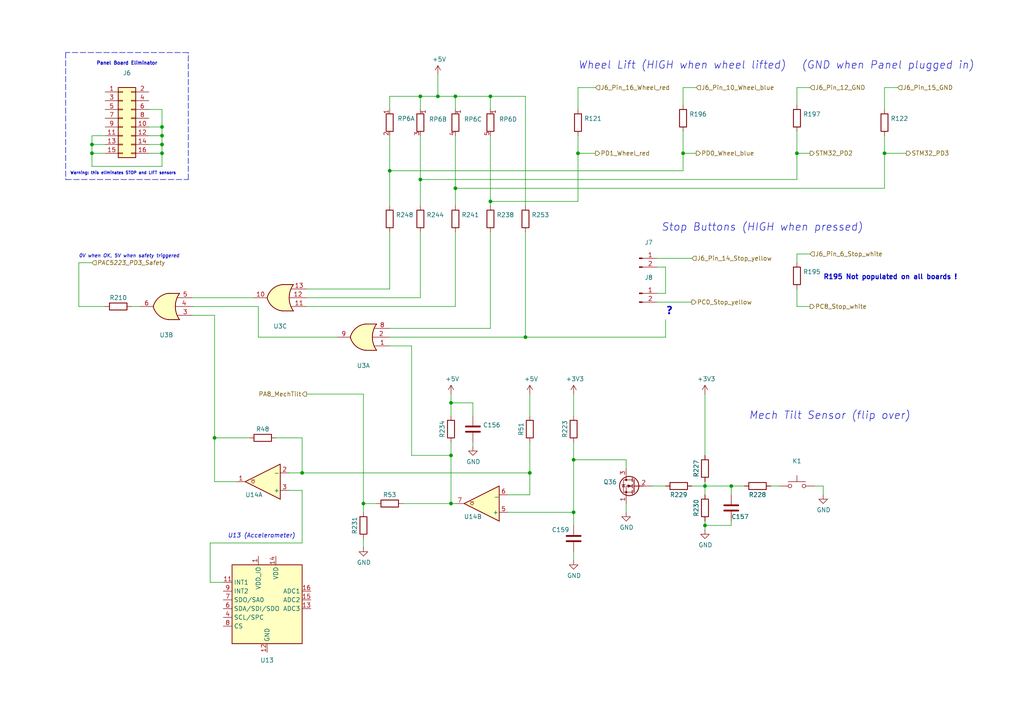
<source format=kicad_sch>
(kicad_sch (version 20211123) (generator eeschema)
  (paper "A4")
  (lib_symbols
    (symbol "4xxx:4075" (pin_names (offset 1.016))
      (property "Reference" "U" (at 0 1.27 0))
      (property "Value" "4075" (at 0 -1.27 0))
      (symbol "4075_1_1"
        (arc (start -3.81 -3.81) (mid -2.589 0) (end -3.81 3.81) (stroke (width 0.254)))
        (arc (start -0.6096 -3.81) (mid 2.1842 -2.5851) (end 3.81 0) (stroke (width 0.254)) (fill (type background)))
        (polyline (pts (xy -3.81 -3.81) (xy -0.635 -3.81)) (stroke (width 0.254)) (fill (type background)))
        (polyline (pts (xy -3.81 3.81) (xy -0.635 3.81)) (stroke (width 0.254)) (fill (type background)))
        (polyline (pts (xy -0.635 3.81) (xy -3.81 3.81) (xy -3.81 3.81) (xy -3.556 3.4036) (xy -3.0226 2.2606) (xy -2.6924 1.0414) (xy -2.6162 -0.254) (xy -2.7686 -1.4986) (xy -3.175 -2.7178) (xy -3.81 -3.81) (xy -3.81 -3.81) (xy -0.635 -3.81)) (stroke (width -25.4)) (fill (type background)))
        (arc (start 3.81 0) (mid 2.1915 2.5936) (end -0.6096 3.81) (stroke (width 0.254)) (fill (type background)))
        (pin input line (at -7.62 2.54 0) (length 4.318) (name "~") (number "1"))
        (pin input line (at -7.62 0 0) (length 4.953) (name "~") (number "2"))
        (pin input line (at -7.62 -2.54 0) (length 4.318) (name "~") (number "8"))
        (pin output line (at 7.62 0 180) (length 3.81) (name "~") (number "9"))
      )
      (symbol "4075_1_2"
        (arc (start 0 -3.81) (mid 3.81 0) (end 0 3.81) (stroke (width 0.254)) (fill (type background)))
        (polyline (pts (xy 0 3.81) (xy -3.81 3.81) (xy -3.81 -3.81) (xy 0 -3.81)) (stroke (width 0.254)) (fill (type background)))
        (pin input inverted (at -7.62 2.54 0) (length 3.81) (name "~") (number "1"))
        (pin input inverted (at -7.62 0 0) (length 3.81) (name "~") (number "2"))
        (pin input inverted (at -7.62 -2.54 0) (length 3.81) (name "~") (number "8"))
        (pin output inverted (at 7.62 0 180) (length 3.81) (name "~") (number "9"))
      )
      (symbol "4075_2_1"
        (arc (start -3.81 -3.81) (mid -2.589 0) (end -3.81 3.81) (stroke (width 0.254)))
        (arc (start -0.6096 -3.81) (mid 2.1842 -2.5851) (end 3.81 0) (stroke (width 0.254)) (fill (type background)))
        (polyline (pts (xy -3.81 -3.81) (xy -0.635 -3.81)) (stroke (width 0.254)) (fill (type background)))
        (polyline (pts (xy -3.81 3.81) (xy -0.635 3.81)) (stroke (width 0.254)) (fill (type background)))
        (polyline (pts (xy -0.635 3.81) (xy -3.81 3.81) (xy -3.81 3.81) (xy -3.556 3.4036) (xy -3.0226 2.2606) (xy -2.6924 1.0414) (xy -2.6162 -0.254) (xy -2.7686 -1.4986) (xy -3.175 -2.7178) (xy -3.81 -3.81) (xy -3.81 -3.81) (xy -0.635 -3.81)) (stroke (width -25.4)) (fill (type background)))
        (arc (start 3.81 0) (mid 2.1915 2.5936) (end -0.6096 3.81) (stroke (width 0.254)) (fill (type background)))
        (pin input line (at -7.62 2.54 0) (length 4.318) (name "~") (number "3"))
        (pin input line (at -7.62 0 0) (length 4.953) (name "~") (number "4"))
        (pin input line (at -7.62 -2.54 0) (length 4.318) (name "~") (number "5"))
        (pin output line (at 7.62 0 180) (length 3.81) (name "~") (number "6"))
      )
      (symbol "4075_2_2"
        (arc (start 0 -3.81) (mid 3.81 0) (end 0 3.81) (stroke (width 0.254)) (fill (type background)))
        (polyline (pts (xy 0 3.81) (xy -3.81 3.81) (xy -3.81 -3.81) (xy 0 -3.81)) (stroke (width 0.254)) (fill (type background)))
        (pin input inverted (at -7.62 2.54 0) (length 3.81) (name "~") (number "3"))
        (pin input inverted (at -7.62 0 0) (length 3.81) (name "~") (number "4"))
        (pin input inverted (at -7.62 -2.54 0) (length 3.81) (name "~") (number "5"))
        (pin output inverted (at 7.62 0 180) (length 3.81) (name "~") (number "6"))
      )
      (symbol "4075_3_1"
        (arc (start -3.81 -3.81) (mid -2.589 0) (end -3.81 3.81) (stroke (width 0.254)))
        (arc (start -0.6096 -3.81) (mid 2.1842 -2.5851) (end 3.81 0) (stroke (width 0.254)) (fill (type background)))
        (polyline (pts (xy -3.81 -3.81) (xy -0.635 -3.81)) (stroke (width 0.254)) (fill (type background)))
        (polyline (pts (xy -3.81 3.81) (xy -0.635 3.81)) (stroke (width 0.254)) (fill (type background)))
        (polyline (pts (xy -0.635 3.81) (xy -3.81 3.81) (xy -3.81 3.81) (xy -3.556 3.4036) (xy -3.0226 2.2606) (xy -2.6924 1.0414) (xy -2.6162 -0.254) (xy -2.7686 -1.4986) (xy -3.175 -2.7178) (xy -3.81 -3.81) (xy -3.81 -3.81) (xy -0.635 -3.81)) (stroke (width -25.4)) (fill (type background)))
        (arc (start 3.81 0) (mid 2.1915 2.5936) (end -0.6096 3.81) (stroke (width 0.254)) (fill (type background)))
        (pin output line (at 7.62 0 180) (length 3.81) (name "~") (number "10"))
        (pin input line (at -7.62 2.54 0) (length 4.318) (name "~") (number "11"))
        (pin input line (at -7.62 0 0) (length 4.953) (name "~") (number "12"))
        (pin input line (at -7.62 -2.54 0) (length 4.318) (name "~") (number "13"))
      )
      (symbol "4075_3_2"
        (arc (start 0 -3.81) (mid 3.81 0) (end 0 3.81) (stroke (width 0.254)) (fill (type background)))
        (polyline (pts (xy 0 3.81) (xy -3.81 3.81) (xy -3.81 -3.81) (xy 0 -3.81)) (stroke (width 0.254)) (fill (type background)))
        (pin output inverted (at 7.62 0 180) (length 3.81) (name "~") (number "10"))
        (pin input inverted (at -7.62 2.54 0) (length 3.81) (name "~") (number "11"))
        (pin input inverted (at -7.62 0 0) (length 3.81) (name "~") (number "12"))
        (pin input inverted (at -7.62 -2.54 0) (length 3.81) (name "~") (number "13"))
      )
      (symbol "4075_4_0"
        (pin power_in line (at 0 12.7 270) (length 5.08) (name "VDD") (number "14"))
        (pin power_in line (at 0 -12.7 90) (length 5.08) (name "VSS") (number "7"))
      )
      (symbol "4075_4_1"
        (rectangle (start -5.08 7.62) (end 5.08 -7.62) (stroke (width 0.254)) (fill (type background)))
      )
    )
    (symbol "Comparator:LM393" (pin_names (offset 0.127))
      (property "Reference" "U" (at 3.81 3.81 0))
      (property "Value" "LM393" (at 6.35 -3.81 0))
      (symbol "LM393_1_1"
        (polyline (pts (xy -5.08 5.08) (xy 5.08 0) (xy -5.08 -5.08) (xy -5.08 5.08)) (stroke (width 0.254)) (fill (type background)))
        (polyline (pts (xy 3.302 -0.508) (xy 2.794 -0.508) (xy 3.302 0) (xy 2.794 0.508) (xy 2.286 0) (xy 2.794 -0.508) (xy 2.286 -0.508)) (stroke (width 0.127)))
        (pin open_collector line (at 7.62 0 180) (length 2.54) (name "~") (number "1"))
        (pin input line (at -7.62 -2.54 0) (length 2.54) (name "-") (number "2"))
        (pin input line (at -7.62 2.54 0) (length 2.54) (name "+") (number "3"))
      )
      (symbol "LM393_2_1"
        (polyline (pts (xy -5.08 5.08) (xy 5.08 0) (xy -5.08 -5.08) (xy -5.08 5.08)) (stroke (width 0.254)) (fill (type background)))
        (polyline (pts (xy 3.302 -0.508) (xy 2.794 -0.508) (xy 3.302 0) (xy 2.794 0.508) (xy 2.286 0) (xy 2.794 -0.508) (xy 2.286 -0.508)) (stroke (width 0.127)))
        (pin input line (at -7.62 2.54 0) (length 2.54) (name "+") (number "5"))
        (pin input line (at -7.62 -2.54 0) (length 2.54) (name "_") (number "6"))
        (pin open_collector line (at 7.62 0 180) (length 2.54) (name "~") (number "7"))
      )
      (symbol "LM393_3_1"
        (pin power_in line (at -2.54 -7.62 90) (length 3.81) (name "V-") (number "4"))
        (pin power_in line (at -2.54 7.62 270) (length 3.81) (name "V+") (number "8"))
      )
    )
    (symbol "Connector:Conn_01x02_Male" (pin_names (offset 1.016) hide)
      (property "Reference" "J" (at 0 2.54 0))
      (property "Value" "Conn_01x02_Male" (at 0 -5.08 0))
      (symbol "Conn_01x02_Male_1_1"
        (polyline (pts (xy 1.27 -2.54) (xy 0.8636 -2.54)) (stroke (width 0.1524)))
        (polyline (pts (xy 1.27 0) (xy 0.8636 0)) (stroke (width 0.1524)))
        (rectangle (start 0.8636 -2.413) (end 0 -2.667) (stroke (width 0.1524)) (fill (type outline)))
        (rectangle (start 0.8636 0.127) (end 0 -0.127) (stroke (width 0.1524)) (fill (type outline)))
        (pin passive line (at 5.08 0 180) (length 3.81) (name "Pin_1") (number "1"))
        (pin passive line (at 5.08 -2.54 180) (length 3.81) (name "Pin_2") (number "2"))
      )
    )
    (symbol "Connector_Generic:Conn_02x08_Odd_Even" (pin_names (offset 1.016) hide)
      (property "Reference" "J" (at 1.27 10.16 0))
      (property "Value" "Conn_02x08_Odd_Even" (at 1.27 -12.7 0))
      (symbol "Conn_02x08_Odd_Even_1_1"
        (rectangle (start -1.27 -10.033) (end 0 -10.287) (stroke (width 0.1524)))
        (rectangle (start -1.27 -7.493) (end 0 -7.747) (stroke (width 0.1524)))
        (rectangle (start -1.27 -4.953) (end 0 -5.207) (stroke (width 0.1524)))
        (rectangle (start -1.27 -2.413) (end 0 -2.667) (stroke (width 0.1524)))
        (rectangle (start -1.27 0.127) (end 0 -0.127) (stroke (width 0.1524)))
        (rectangle (start -1.27 2.667) (end 0 2.413) (stroke (width 0.1524)))
        (rectangle (start -1.27 5.207) (end 0 4.953) (stroke (width 0.1524)))
        (rectangle (start -1.27 7.747) (end 0 7.493) (stroke (width 0.1524)))
        (rectangle (start -1.27 8.89) (end 3.81 -11.43) (stroke (width 0.254)) (fill (type background)))
        (rectangle (start 3.81 -10.033) (end 2.54 -10.287) (stroke (width 0.1524)))
        (rectangle (start 3.81 -7.493) (end 2.54 -7.747) (stroke (width 0.1524)))
        (rectangle (start 3.81 -4.953) (end 2.54 -5.207) (stroke (width 0.1524)))
        (rectangle (start 3.81 -2.413) (end 2.54 -2.667) (stroke (width 0.1524)))
        (rectangle (start 3.81 0.127) (end 2.54 -0.127) (stroke (width 0.1524)))
        (rectangle (start 3.81 2.667) (end 2.54 2.413) (stroke (width 0.1524)))
        (rectangle (start 3.81 5.207) (end 2.54 4.953) (stroke (width 0.1524)))
        (rectangle (start 3.81 7.747) (end 2.54 7.493) (stroke (width 0.1524)))
        (pin passive line (at -5.08 7.62 0) (length 3.81) (name "Pin_1") (number "1"))
        (pin passive line (at 7.62 -2.54 180) (length 3.81) (name "Pin_10") (number "10"))
        (pin passive line (at -5.08 -5.08 0) (length 3.81) (name "Pin_11") (number "11"))
        (pin passive line (at 7.62 -5.08 180) (length 3.81) (name "Pin_12") (number "12"))
        (pin passive line (at -5.08 -7.62 0) (length 3.81) (name "Pin_13") (number "13"))
        (pin passive line (at 7.62 -7.62 180) (length 3.81) (name "Pin_14") (number "14"))
        (pin passive line (at -5.08 -10.16 0) (length 3.81) (name "Pin_15") (number "15"))
        (pin passive line (at 7.62 -10.16 180) (length 3.81) (name "Pin_16") (number "16"))
        (pin passive line (at 7.62 7.62 180) (length 3.81) (name "Pin_2") (number "2"))
        (pin passive line (at -5.08 5.08 0) (length 3.81) (name "Pin_3") (number "3"))
        (pin passive line (at 7.62 5.08 180) (length 3.81) (name "Pin_4") (number "4"))
        (pin passive line (at -5.08 2.54 0) (length 3.81) (name "Pin_5") (number "5"))
        (pin passive line (at 7.62 2.54 180) (length 3.81) (name "Pin_6") (number "6"))
        (pin passive line (at -5.08 0 0) (length 3.81) (name "Pin_7") (number "7"))
        (pin passive line (at 7.62 0 180) (length 3.81) (name "Pin_8") (number "8"))
        (pin passive line (at -5.08 -2.54 0) (length 3.81) (name "Pin_9") (number "9"))
      )
    )
    (symbol "Device:C" (pin_numbers hide) (pin_names (offset 0.254))
      (property "Reference" "C" (at 0.635 2.54 0))
      (property "Value" "C" (at 0.635 -2.54 0))
      (symbol "C_0_1"
        (polyline (pts (xy -2.032 -0.762) (xy 2.032 -0.762)) (stroke (width 0.508)))
        (polyline (pts (xy -2.032 0.762) (xy 2.032 0.762)) (stroke (width 0.508)))
      )
      (symbol "C_1_1"
        (pin passive line (at 0 3.81 270) (length 2.794) (name "~") (number "1"))
        (pin passive line (at 0 -3.81 90) (length 2.794) (name "~") (number "2"))
      )
    )
    (symbol "Device:Q_NMOS_SGD" (pin_names (offset 0) hide)
      (property "Reference" "Q" (at 5.08 1.27 0))
      (property "Value" "Q_NMOS_SGD" (at 5.08 -1.27 0))
      (symbol "Q_NMOS_SGD_0_1"
        (polyline (pts (xy 0.254 0) (xy -2.54 0)))
        (polyline (pts (xy 0.254 1.905) (xy 0.254 -1.905)) (stroke (width 0.254)))
        (polyline (pts (xy 0.762 -1.27) (xy 0.762 -2.286)) (stroke (width 0.254)))
        (polyline (pts (xy 0.762 0.508) (xy 0.762 -0.508)) (stroke (width 0.254)))
        (polyline (pts (xy 0.762 2.286) (xy 0.762 1.27)) (stroke (width 0.254)))
        (polyline (pts (xy 2.54 2.54) (xy 2.54 1.778)))
        (polyline (pts (xy 2.54 -2.54) (xy 2.54 0) (xy 0.762 0)))
        (polyline (pts (xy 0.762 -1.778) (xy 3.302 -1.778) (xy 3.302 1.778) (xy 0.762 1.778)))
        (polyline (pts (xy 1.016 0) (xy 2.032 0.381) (xy 2.032 -0.381) (xy 1.016 0)) (fill (type outline)))
        (polyline (pts (xy 2.794 0.508) (xy 2.921 0.381) (xy 3.683 0.381) (xy 3.81 0.254)))
        (polyline (pts (xy 3.302 0.381) (xy 2.921 -0.254) (xy 3.683 -0.254) (xy 3.302 0.381)))
        (circle (center 1.651 0) (radius 2.794) (stroke (width 0.254)))
        (circle (center 2.54 -1.778) (radius 0.254) (fill (type outline)))
        (circle (center 2.54 1.778) (radius 0.254) (fill (type outline)))
      )
      (symbol "Q_NMOS_SGD_1_1"
        (pin passive line (at 2.54 -5.08 90) (length 2.54) (name "S") (number "1"))
        (pin input line (at -5.08 0 0) (length 5.08) (name "G") (number "2"))
        (pin passive line (at 2.54 5.08 270) (length 2.54) (name "D") (number "3"))
      )
    )
    (symbol "Device:R" (pin_numbers hide) (pin_names (offset 0))
      (property "Reference" "R" (at 2.032 0 90))
      (property "Value" "R" (at 0 0 90))
      (symbol "R_0_1"
        (rectangle (start -1.016 -2.54) (end 1.016 2.54) (stroke (width 0.254)))
      )
      (symbol "R_1_1"
        (pin passive line (at 0 3.81 270) (length 1.27) (name "~") (number "1"))
        (pin passive line (at 0 -3.81 90) (length 1.27) (name "~") (number "2"))
      )
    )
    (symbol "Device:R_Network04_Split" (pin_names (offset 0) hide)
      (property "Reference" "RN" (at 2.032 0 90))
      (property "Value" "R_Network04_Split" (at 0 0 90))
      (symbol "R_Network04_Split_0_1"
        (rectangle (start 1.016 2.54) (end -1.016 -2.54) (stroke (width 0.254)))
      )
      (symbol "R_Network04_Split_1_1"
        (pin passive line (at 0 3.81 270) (length 1.27) (name "R1.1") (number "1"))
        (pin passive line (at 0 -3.81 90) (length 1.27) (name "R1.2") (number "2"))
      )
      (symbol "R_Network04_Split_2_1"
        (polyline (pts (xy 0 2.54) (xy 0 3.81)))
        (text "1" (at 0.889 3.175 900) (effects (font (size 1.27 1.27))))
        (pin passive line (at 0 -3.81 90) (length 1.27) (name "R2.2") (number "3"))
      )
      (symbol "R_Network04_Split_3_1"
        (polyline (pts (xy 0 2.54) (xy 0 3.81)))
        (text "1" (at 0.889 3.175 900) (effects (font (size 1.27 1.27))))
        (pin passive line (at 0 -3.81 90) (length 1.27) (name "R3.2") (number "4"))
      )
      (symbol "R_Network04_Split_4_1"
        (polyline (pts (xy 0 2.54) (xy 0 3.81)))
        (text "1" (at 0.889 3.175 900) (effects (font (size 1.27 1.27))))
        (pin passive line (at 0 -3.81 90) (length 1.27) (name "R4.2") (number "5"))
      )
    )
    (symbol "Sensor_Motion:LIS3DH"
      (property "Reference" "U" (at -7.62 11.43 0))
      (property "Value" "LIS3DH" (at 6.35 11.43 0))
      (symbol "LIS3DH_0_1"
        (rectangle (start -10.16 10.16) (end 10.16 -12.7) (stroke (width 0.254)) (fill (type background)))
      )
      (symbol "LIS3DH_1_1"
        (pin power_in line (at -2.54 12.7 270) (length 2.54) (name "VDD_IO") (number "1"))
        (pin passive line (at 0 -15.24 90) (length 2.54) hide (name "GND") (number "10"))
        (pin output line (at -12.7 5.08 0) (length 2.54) (name "INT1") (number "11"))
        (pin power_in line (at 0 -15.24 90) (length 2.54) (name "GND") (number "12"))
        (pin input line (at 12.7 -2.54 180) (length 2.54) (name "ADC3") (number "13"))
        (pin power_in line (at 2.54 12.7 270) (length 2.54) (name "VDD") (number "14"))
        (pin input line (at 12.7 0 180) (length 2.54) (name "ADC2") (number "15"))
        (pin input line (at 12.7 2.54 180) (length 2.54) (name "ADC1") (number "16"))
        (pin no_connect line (at 10.16 5.08 180) (length 2.54) hide (name "NC") (number "2"))
        (pin no_connect line (at 10.16 7.62 180) (length 2.54) hide (name "NC") (number "3"))
        (pin input line (at -12.7 -5.08 0) (length 2.54) (name "SCL/SPC") (number "4"))
        (pin passive line (at 0 -15.24 90) (length 2.54) hide (name "GND") (number "5"))
        (pin bidirectional line (at -12.7 -2.54 0) (length 2.54) (name "SDA/SDI/SDO") (number "6"))
        (pin bidirectional line (at -12.7 0 0) (length 2.54) (name "SDO/SA0") (number "7"))
        (pin input line (at -12.7 -7.62 0) (length 2.54) (name "CS") (number "8"))
        (pin output line (at -12.7 2.54 0) (length 2.54) (name "INT2") (number "9"))
      )
    )
    (symbol "Switch:SW_Push" (pin_numbers hide) (pin_names (offset 1.016) hide)
      (property "Reference" "SW" (at 1.27 2.54 0))
      (property "Value" "SW_Push" (at 0 -1.524 0))
      (symbol "SW_Push_0_1"
        (circle (center -2.032 0) (radius 0.508))
        (polyline (pts (xy 0 1.27) (xy 0 3.048)))
        (polyline (pts (xy 2.54 1.27) (xy -2.54 1.27)))
        (circle (center 2.032 0) (radius 0.508))
        (pin passive line (at -5.08 0 0) (length 2.54) (name "1") (number "1"))
        (pin passive line (at 5.08 0 180) (length 2.54) (name "2") (number "2"))
      )
    )
    (symbol "power:+3.3V" (power) (pin_names (offset 0))
      (property "Value" "+3.3V" (at 0 3.556 0))
      (symbol "+3.3V_0_1"
        (polyline (pts (xy -0.762 1.27) (xy 0 2.54)))
        (polyline (pts (xy 0 0) (xy 0 2.54)))
        (polyline (pts (xy 0 2.54) (xy 0.762 1.27)))
      )
      (symbol "+3.3V_1_1"
        (pin power_in line (at 0 0 90) (length 0) hide (name "+3V3") (number "1"))
      )
    )
    (symbol "power:+5V" (power) (pin_names (offset 0))
      (property "Value" "+5V" (at 0 3.556 0))
      (symbol "+5V_0_1"
        (polyline (pts (xy -0.762 1.27) (xy 0 2.54)))
        (polyline (pts (xy 0 0) (xy 0 2.54)))
        (polyline (pts (xy 0 2.54) (xy 0.762 1.27)))
      )
      (symbol "+5V_1_1"
        (pin power_in line (at 0 0 90) (length 0) hide (name "+5V") (number "1"))
      )
    )
    (symbol "power:GND" (power) (pin_names (offset 0))
      (property "Value" "GND" (at 0 -3.81 0))
      (symbol "GND_0_1"
        (polyline (pts (xy 0 0) (xy 0 -1.27) (xy 1.27 -1.27) (xy 0 -2.54) (xy -1.27 -1.27) (xy 0 -1.27)))
      )
      (symbol "GND_1_1"
        (pin power_in line (at 0 0 270) (length 0) hide (name "GND") (number "1"))
      )
    )
  )
  (junction (at 198.12 44.45))
  (junction (at 62.23 127))
  (junction (at 46.99 39.37))
  (junction (at 26.67 41.91))
  (junction (at 166.37 133.35))
  (junction (at 152.4 97.79))
  (junction (at 130.81 116.84))
  (junction (at 142.24 27.94))
  (junction (at 46.99 41.91))
  (junction (at 153.67 137.16))
  (junction (at 46.99 36.83))
  (junction (at 46.99 44.45))
  (junction (at 167.64 44.45))
  (junction (at 113.03 49.53))
  (junction (at 166.37 148.59))
  (junction (at 130.81 132.08))
  (junction (at 204.47 152.4))
  (junction (at 231.14 44.45))
  (junction (at 105.41 146.05))
  (junction (at 127 27.94))
  (junction (at 26.67 44.45))
  (junction (at 132.08 27.94))
  (junction (at 130.81 146.05))
  (junction (at 204.47 140.97))
  (junction (at 121.92 52.07))
  (junction (at 132.08 54.61))
  (junction (at 212.09 140.97))
  (junction (at 87.63 137.16))
  (junction (at 142.24 58.42))
  (junction (at 256.54 44.45))
  (junction (at 121.92 27.94))
  (wire (pts (xy 121.92 27.94) (xy 113.03 27.94)))
  (wire (pts (xy 166.37 160.02) (xy 166.37 162.56)))
  (wire (pts (xy 132.08 54.61) (xy 132.08 59.69)))
  (wire (pts (xy 26.67 39.37) (xy 26.67 41.91)))
  (polyline (pts (xy 19.05 15.24) (xy 19.05 52.07)))
  (wire (pts (xy 166.37 128.27) (xy 166.37 133.35)))
  (wire (pts (xy 142.24 27.94) (xy 132.08 27.94)))
  (wire (pts (xy 119.38 100.33) (xy 119.38 132.08)))
  (wire (pts (xy 132.08 27.94) (xy 127 27.94)))
  (wire (pts (xy 62.23 127) (xy 62.23 139.7)))
  (wire (pts (xy 130.81 114.3) (xy 130.81 116.84)))
  (wire (pts (xy 60.96 157.48) (xy 87.63 157.48)))
  (wire (pts (xy 142.24 58.42) (xy 167.64 58.42)))
  (wire (pts (xy 167.64 39.37) (xy 167.64 44.45)))
  (wire (pts (xy 198.12 38.1) (xy 198.12 44.45)))
  (wire (pts (xy 137.16 128.27) (xy 137.16 129.54)))
  (wire (pts (xy 26.67 41.91) (xy 26.67 44.45)))
  (wire (pts (xy 113.03 49.53) (xy 198.12 49.53)))
  (wire (pts (xy 231.14 25.4) (xy 231.14 30.48)))
  (wire (pts (xy 231.14 83.82) (xy 231.14 88.9)))
  (wire (pts (xy 256.54 31.75) (xy 256.54 25.4)))
  (wire (pts (xy 153.67 114.3) (xy 153.67 120.65)))
  (wire (pts (xy 193.04 140.97) (xy 189.23 140.97)))
  (wire (pts (xy 55.88 86.36) (xy 73.66 86.36)))
  (wire (pts (xy 152.4 27.94) (xy 152.4 59.69)))
  (wire (pts (xy 105.41 146.05) (xy 105.41 148.59)))
  (wire (pts (xy 22.86 76.2) (xy 26.67 76.2)))
  (wire (pts (xy 121.92 67.31) (xy 121.92 86.36)))
  (wire (pts (xy 80.01 127) (xy 87.63 127)))
  (wire (pts (xy 22.86 88.9) (xy 22.86 76.2)))
  (wire (pts (xy 190.5 87.63) (xy 200.66 87.63)))
  (wire (pts (xy 167.64 58.42) (xy 167.64 44.45)))
  (wire (pts (xy 130.81 132.08) (xy 130.81 146.05)))
  (wire (pts (xy 83.82 142.24) (xy 87.63 142.24)))
  (wire (pts (xy 234.95 25.4) (xy 231.14 25.4)))
  (wire (pts (xy 60.96 168.91) (xy 60.96 157.48)))
  (wire (pts (xy 46.99 39.37) (xy 46.99 41.91)))
  (wire (pts (xy 113.03 95.25) (xy 142.24 95.25)))
  (wire (pts (xy 43.18 41.91) (xy 46.99 41.91)))
  (wire (pts (xy 226.06 140.97) (xy 223.52 140.97)))
  (wire (pts (xy 130.81 116.84) (xy 130.81 120.65)))
  (wire (pts (xy 238.76 140.97) (xy 238.76 143.51)))
  (wire (pts (xy 198.12 44.45) (xy 198.12 49.53)))
  (wire (pts (xy 55.88 91.44) (xy 62.23 91.44)))
  (wire (pts (xy 30.48 41.91) (xy 26.67 41.91)))
  (polyline (pts (xy 54.61 52.07) (xy 54.61 15.24)))
  (wire (pts (xy 132.08 67.31) (xy 132.08 88.9)))
  (wire (pts (xy 87.63 142.24) (xy 87.63 157.48)))
  (wire (pts (xy 87.63 137.16) (xy 153.67 137.16)))
  (wire (pts (xy 46.99 48.26) (xy 46.99 44.45)))
  (wire (pts (xy 204.47 140.97) (xy 204.47 143.51)))
  (wire (pts (xy 130.81 128.27) (xy 130.81 132.08)))
  (wire (pts (xy 212.09 151.13) (xy 212.09 152.4)))
  (wire (pts (xy 201.93 25.4) (xy 198.12 25.4)))
  (wire (pts (xy 62.23 127) (xy 72.39 127)))
  (wire (pts (xy 204.47 140.97) (xy 204.47 139.7)))
  (wire (pts (xy 212.09 140.97) (xy 215.9 140.97)))
  (wire (pts (xy 121.92 86.36) (xy 88.9 86.36)))
  (wire (pts (xy 62.23 91.44) (xy 62.23 127)))
  (wire (pts (xy 181.61 135.89) (xy 181.61 133.35)))
  (wire (pts (xy 147.32 143.51) (xy 153.67 143.51)))
  (wire (pts (xy 153.67 137.16) (xy 153.67 143.51)))
  (wire (pts (xy 142.24 39.37) (xy 142.24 58.42)))
  (wire (pts (xy 74.93 88.9) (xy 74.93 97.79)))
  (wire (pts (xy 132.08 54.61) (xy 256.54 54.61)))
  (wire (pts (xy 172.72 25.4) (xy 167.64 25.4)))
  (wire (pts (xy 46.99 41.91) (xy 46.99 44.45)))
  (wire (pts (xy 137.16 120.65) (xy 137.16 116.84)))
  (wire (pts (xy 166.37 148.59) (xy 166.37 152.4)))
  (wire (pts (xy 43.18 39.37) (xy 46.99 39.37)))
  (polyline (pts (xy 54.61 15.24) (xy 19.05 15.24)))
  (wire (pts (xy 204.47 140.97) (xy 200.66 140.97)))
  (wire (pts (xy 204.47 140.97) (xy 212.09 140.97)))
  (wire (pts (xy 116.84 146.05) (xy 130.81 146.05)))
  (wire (pts (xy 142.24 31.75) (xy 142.24 27.94)))
  (wire (pts (xy 204.47 152.4) (xy 204.47 153.67)))
  (wire (pts (xy 204.47 151.13) (xy 204.47 152.4)))
  (wire (pts (xy 97.79 97.79) (xy 74.93 97.79)))
  (wire (pts (xy 167.64 25.4) (xy 167.64 31.75)))
  (wire (pts (xy 152.4 67.31) (xy 152.4 97.79)))
  (wire (pts (xy 201.93 44.45) (xy 198.12 44.45)))
  (wire (pts (xy 190.5 74.93) (xy 200.66 74.93)))
  (wire (pts (xy 113.03 39.37) (xy 113.03 49.53)))
  (wire (pts (xy 113.03 67.31) (xy 113.03 83.82)))
  (wire (pts (xy 137.16 116.84) (xy 130.81 116.84)))
  (wire (pts (xy 231.14 38.1) (xy 231.14 44.45)))
  (wire (pts (xy 113.03 97.79) (xy 152.4 97.79)))
  (wire (pts (xy 256.54 44.45) (xy 256.54 54.61)))
  (wire (pts (xy 231.14 73.66) (xy 231.14 76.2)))
  (wire (pts (xy 40.64 88.9) (xy 38.1 88.9)))
  (wire (pts (xy 193.04 85.09) (xy 190.5 85.09)))
  (wire (pts (xy 46.99 44.45) (xy 43.18 44.45)))
  (wire (pts (xy 152.4 97.79) (xy 193.04 97.79)))
  (wire (pts (xy 166.37 120.65) (xy 166.37 114.3)))
  (wire (pts (xy 193.04 77.47) (xy 193.04 85.09)))
  (wire (pts (xy 212.09 152.4) (xy 204.47 152.4)))
  (wire (pts (xy 127 27.94) (xy 121.92 27.94)))
  (wire (pts (xy 231.14 44.45) (xy 231.14 52.07)))
  (wire (pts (xy 193.04 92.71) (xy 193.04 97.79)))
  (wire (pts (xy 113.03 27.94) (xy 113.03 31.75)))
  (wire (pts (xy 55.88 88.9) (xy 74.93 88.9)))
  (wire (pts (xy 198.12 25.4) (xy 198.12 30.48)))
  (wire (pts (xy 153.67 128.27) (xy 153.67 137.16)))
  (wire (pts (xy 64.77 168.91) (xy 60.96 168.91)))
  (wire (pts (xy 30.48 39.37) (xy 26.67 39.37)))
  (wire (pts (xy 231.14 88.9) (xy 234.95 88.9)))
  (wire (pts (xy 83.82 137.16) (xy 87.63 137.16)))
  (wire (pts (xy 46.99 31.75) (xy 46.99 36.83)))
  (wire (pts (xy 105.41 114.3) (xy 105.41 146.05)))
  (wire (pts (xy 132.08 39.37) (xy 132.08 54.61)))
  (wire (pts (xy 181.61 146.05) (xy 181.61 148.59)))
  (polyline (pts (xy 19.05 52.07) (xy 54.61 52.07)))
  (wire (pts (xy 121.92 52.07) (xy 231.14 52.07)))
  (wire (pts (xy 22.86 88.9) (xy 30.48 88.9)))
  (wire (pts (xy 88.9 114.3) (xy 105.41 114.3)))
  (wire (pts (xy 190.5 77.47) (xy 193.04 77.47)))
  (wire (pts (xy 113.03 100.33) (xy 119.38 100.33)))
  (wire (pts (xy 142.24 67.31) (xy 142.24 95.25)))
  (wire (pts (xy 234.95 73.66) (xy 231.14 73.66)))
  (wire (pts (xy 113.03 83.82) (xy 88.9 83.82)))
  (wire (pts (xy 68.58 139.7) (xy 62.23 139.7)))
  (wire (pts (xy 121.92 31.75) (xy 121.92 27.94)))
  (wire (pts (xy 43.18 31.75) (xy 46.99 31.75)))
  (wire (pts (xy 147.32 148.59) (xy 166.37 148.59)))
  (wire (pts (xy 181.61 133.35) (xy 166.37 133.35)))
  (wire (pts (xy 142.24 58.42) (xy 142.24 59.69)))
  (wire (pts (xy 256.54 39.37) (xy 256.54 44.45)))
  (wire (pts (xy 212.09 143.51) (xy 212.09 140.97)))
  (wire (pts (xy 119.38 132.08) (xy 130.81 132.08)))
  (wire (pts (xy 256.54 25.4) (xy 260.35 25.4)))
  (wire (pts (xy 262.89 44.45) (xy 256.54 44.45)))
  (wire (pts (xy 236.22 140.97) (xy 238.76 140.97)))
  (wire (pts (xy 26.67 44.45) (xy 30.48 44.45)))
  (wire (pts (xy 88.9 88.9) (xy 132.08 88.9)))
  (wire (pts (xy 46.99 36.83) (xy 46.99 39.37)))
  (wire (pts (xy 26.67 44.45) (xy 26.67 48.26)))
  (wire (pts (xy 234.95 44.45) (xy 231.14 44.45)))
  (wire (pts (xy 172.72 44.45) (xy 167.64 44.45)))
  (wire (pts (xy 166.37 133.35) (xy 166.37 148.59)))
  (wire (pts (xy 121.92 52.07) (xy 121.92 39.37)))
  (wire (pts (xy 130.81 146.05) (xy 132.08 146.05)))
  (wire (pts (xy 204.47 114.3) (xy 204.47 132.08)))
  (wire (pts (xy 132.08 31.75) (xy 132.08 27.94)))
  (wire (pts (xy 121.92 52.07) (xy 121.92 59.69)))
  (wire (pts (xy 43.18 36.83) (xy 46.99 36.83)))
  (wire (pts (xy 152.4 27.94) (xy 142.24 27.94)))
  (wire (pts (xy 105.41 156.21) (xy 105.41 158.75)))
  (wire (pts (xy 26.67 48.26) (xy 46.99 48.26)))
  (wire (pts (xy 87.63 127) (xy 87.63 137.16)))
  (wire (pts (xy 113.03 49.53) (xy 113.03 59.69)))
  (wire (pts (xy 109.22 146.05) (xy 105.41 146.05)))
  (wire (pts (xy 127 21.59) (xy 127 27.94)))
  (text "Mech Tilt Sensor (flip over)" (at 217.17 121.92 0) (effects (font (size 2.2098 2.2098) italic) (justify left bottom)))
  (text "(GND when Panel plugged in)" (at 232.41 20.32 0) (effects (font (size 2.2098 2.2098) italic) (justify left bottom)))
  (text "Warning: this eliminates STOP and LIFT sensors" (at 20.32 50.8 0) (effects (font (size 0.8382 0.8382) (thickness 0.1676) bold) (justify left bottom)))
  (text "R195 Not populated on all boards !" (at 238.76 81.28 0) (effects (font (size 1.397 1.397) (thickness 0.2794) bold) (justify left bottom)))
  (text "Panel Board Eliminator" (at 27.94 19.05 0) (effects (font (size 0.9906 0.9906) (thickness 0.1981) bold) (justify left bottom)))
  (text "Wheel Lift (HIGH when wheel lifted)" (at 167.64 20.32 0) (effects (font (size 2.2098 2.2098) italic) (justify left bottom)))
  (text "U13 (Accelerometer)" (at 66.04 156.21 0) (effects (font (size 1.2446 1.2446) italic) (justify left bottom)))
  (text "0V when OK, 5V when safety triggered" (at 22.86 74.93 0) (effects (font (size 0.9906 0.9906) italic) (justify left bottom)))
  (text "?" (at 193.04 91.44 0) (effects (font (size 2.0066 2.0066) (thickness 0.4013) bold) (justify left bottom)))
  (text "Stop Buttons (HIGH when pressed)" (at 191.77 67.31 0) (effects (font (size 2.2098 2.2098) italic) (justify left bottom)))
  (hierarchical_label "J6_Pin_12_GND" (shape input) (at 234.95 25.4 0))
  (hierarchical_label "J6_Pin_14_Stop_yellow" (shape input) (at 200.66 74.93 0))
  (hierarchical_label "PD1_Wheel_red" (shape output) (at 172.72 44.45 0))
  (hierarchical_label "J6_Pin_10_Wheel_blue" (shape input) (at 201.93 25.4 0))
  (hierarchical_label "J6_Pin_6_Stop_white" (shape input) (at 234.95 73.66 0))
  (hierarchical_label "PA8_MechTilt" (shape output) (at 88.9 114.3 180))
  (hierarchical_label "PC8_Stop_white" (shape output) (at 234.95 88.9 0))
  (hierarchical_label "J6_Pin_15_GND" (shape input) (at 260.35 25.4 0))
  (hierarchical_label "J6_Pin_16_Wheel_red" (shape input) (at 172.72 25.4 0))
  (hierarchical_label "PAC5223_PD3_Safety" (shape input) (at 26.67 76.2 0) (effects (font (size 1.2446 1.2446) italic)))
  (hierarchical_label "STM32_PD2" (shape output) (at 234.95 44.45 0))
  (hierarchical_label "PC0_Stop_yellow" (shape output) (at 200.66 87.63 0))
  (hierarchical_label "STM32_PD3" (shape output) (at 262.89 44.45 0))
  (hierarchical_label "PD0_Wheel_blue" (shape output) (at 201.93 44.45 0))
  (symbol (lib_id "Device:R") (at 198.12 34.29 0) (unit 1)
    (property "Reference" "R196" (at 199.898 33.1216 0) (effects (justify left)))
  )
  (symbol (lib_id "Connector:Conn_01x02_Male") (at 185.42 74.93 0) (unit 1)
    (property "Reference" "J7" (at 188.1632 70.3326 0))
  )
  (symbol (lib_id "Connector:Conn_01x02_Male") (at 185.42 85.09 0) (unit 1)
    (property "Reference" "J8" (at 188.1632 80.4926 0))
  )
  (symbol (lib_id "Device:R") (at 152.4 63.5 0) (unit 1)
    (property "Reference" "R253" (at 154.178 62.3316 0) (effects (justify left)))
  )
  (symbol (lib_id "Device:R") (at 142.24 63.5 0) (unit 1)
    (property "Reference" "R238" (at 144.018 62.3316 0) (effects (justify left)))
  )
  (symbol (lib_id "Device:R") (at 132.08 63.5 0) (unit 1)
    (property "Reference" "R241" (at 133.858 62.3316 0) (effects (justify left)))
  )
  (symbol (lib_id "Device:R") (at 113.03 63.5 0) (unit 1)
    (property "Reference" "R248" (at 114.808 62.3316 0) (effects (justify left)))
  )
  (symbol (lib_id "Device:R") (at 121.92 63.5 0) (unit 1)
    (property "Reference" "R244" (at 123.698 62.3316 0) (effects (justify left)))
  )
  (symbol (lib_id "Device:R") (at 231.14 80.01 0) (unit 1)
    (property "Reference" "R195" (at 232.918 78.8416 0) (effects (justify left)))
  )
  (symbol (lib_id "Device:R") (at 256.54 35.56 0) (unit 1)
    (property "Reference" "R122" (at 258.318 34.3916 0) (effects (justify left)))
  )
  (symbol (lib_id "Device:R") (at 231.14 34.29 0) (unit 1)
    (property "Reference" "R197" (at 232.918 33.1216 0) (effects (justify left)))
  )
  (symbol (lib_id "Comparator:LM393") (at 76.2 139.7 180) (unit 1)
    (property "Reference" "U14" (at 73.66 143.51 0))
    (property "Datasheet" "http://www.ti.com/lit/ds/symlink/lm393.pdf" (effects hide))
  )
  (symbol (lib_id "Comparator:LM393") (at 139.7 146.05 180) (unit 2)
    (property "Reference" "U14" (at 137.16 149.86 0))
    (property "Datasheet" "http://www.ti.com/lit/ds/symlink/lm393.pdf" (effects hide))
  )
  (symbol (lib_id "Switch:SW_Push") (at 231.14 140.97 0) (unit 1)
    (property "Reference" "K1" (at 231.14 133.731 0))
  )
  (symbol (lib_id "power:GND") (at 238.76 143.51 0) (unit 1)
    (property "Reference" "#PWR?" (effects hide))
  )
  (symbol (lib_id "Device:R") (at 219.71 140.97 270) (unit 1)
    (property "Reference" "R228" (at 219.71 143.51 90))
  )
  (symbol (lib_id "Device:R") (at 204.47 135.89 180) (unit 1)
    (property "Reference" "R227" (at 201.93 135.89 90))
  )
  (symbol (lib_id "power:+3.3V") (at 204.47 114.3 0) (unit 1)
    (property "Reference" "#PWR?" (effects hide))
  )
  (symbol (lib_id "Device:R") (at 204.47 147.32 180) (unit 1)
    (property "Reference" "R230" (at 201.93 147.32 90))
  )
  (symbol (lib_id "power:GND") (at 204.47 153.67 0) (unit 1)
    (property "Reference" "#PWR?" (effects hide))
  )
  (symbol (lib_id "Device:R") (at 196.85 140.97 270) (unit 1)
    (property "Reference" "R229" (at 196.85 143.51 90))
  )
  (symbol (lib_id "Device:Q_NMOS_SGD") (at 184.15 140.97 0) (mirror y) (unit 1)
    (property "Reference" "Q36" (at 178.943 139.8016 0) (effects (justify left)))
  )
  (symbol (lib_id "power:GND") (at 181.61 148.59 0) (unit 1)
    (property "Reference" "#PWR?" (effects hide))
  )
  (symbol (lib_id "Device:R") (at 166.37 124.46 180) (unit 1)
    (property "Reference" "R223" (at 163.83 124.46 90))
  )
  (symbol (lib_id "power:+3.3V") (at 166.37 114.3 0) (unit 1)
    (property "Reference" "#PWR?" (effects hide))
  )
  (symbol (lib_id "Device:C") (at 166.37 156.21 0) (unit 1)
    (property "Reference" "C159" (at 160.02 153.67 0) (effects (justify left)))
  )
  (symbol (lib_id "power:GND") (at 166.37 162.56 0) (unit 1)
    (property "Reference" "#PWR?" (effects hide))
  )
  (symbol (lib_id "Device:C") (at 212.09 147.32 0) (unit 1)
    (property "Reference" "C157" (at 212.09 149.86 0) (effects (justify left)))
  )
  (symbol (lib_id "Device:R") (at 153.67 124.46 180) (unit 1)
    (property "Reference" "R51" (at 151.13 124.46 90))
  )
  (symbol (lib_id "power:+5V") (at 153.67 114.3 0) (unit 1)
    (property "Reference" "#PWR?" (effects hide))
  )
  (symbol (lib_id "Device:R") (at 76.2 127 90) (unit 1)
    (property "Reference" "R48" (at 76.2 124.46 90))
  )
  (symbol (lib_id "4xxx:4075") (at 105.41 97.79 180) (unit 1)
    (property "Reference" "U3" (at 105.41 106.045 0))
    (property "Datasheet" "http://www.intersil.com/content/dam/Intersil/documents/cd40/cd4071bms-72bms-75bms.pdf" (effects hide))
  )
  (symbol (lib_id "4xxx:4075") (at 48.26 88.9 180) (unit 2)
    (property "Reference" "U3" (at 48.26 97.155 0))
    (property "Datasheet" "http://www.intersil.com/content/dam/Intersil/documents/cd40/cd4071bms-72bms-75bms.pdf" (effects hide))
  )
  (symbol (lib_id "4xxx:4075") (at 81.28 86.36 180) (unit 3)
    (property "Reference" "U3" (at 81.28 94.615 0))
    (property "Datasheet" "http://www.intersil.com/content/dam/Intersil/documents/cd40/cd4071bms-72bms-75bms.pdf" (effects hide))
  )
  (symbol (lib_id "Device:R_Network04_Split") (at 113.03 35.56 0) (unit 1)
    (property "Reference" "RP6" (at 115.2652 34.3916 0) (effects (justify left)))
    (property "Datasheet" "http://www.vishay.com/docs/31509/csc.pdf" (effects hide))
  )
  (symbol (lib_id "Device:R_Network04_Split") (at 121.92 35.56 0) (unit 2)
    (property "Reference" "RP6" (at 124.4092 34.5948 0) (effects (justify left)))
    (property "Datasheet" "http://www.vishay.com/docs/31509/csc.pdf" (effects hide))
  )
  (symbol (lib_id "Device:R_Network04_Split") (at 132.08 35.56 0) (unit 3)
    (property "Reference" "RP6" (at 134.5692 34.5948 0) (effects (justify left)))
    (property "Datasheet" "http://www.vishay.com/docs/31509/csc.pdf" (effects hide))
  )
  (symbol (lib_id "Device:R_Network04_Split") (at 142.24 35.56 0) (unit 4)
    (property "Reference" "RP6" (at 144.7292 34.5948 0) (effects (justify left)))
    (property "Datasheet" "http://www.vishay.com/docs/31509/csc.pdf" (effects hide))
  )
  (symbol (lib_id "power:+5V") (at 127 21.59 0) (unit 1)
    (property "Reference" "#PWR?" (effects hide))
  )
  (symbol (lib_id "Device:R") (at 167.64 35.56 0) (unit 1)
    (property "Reference" "R121" (at 169.418 34.3916 0) (effects (justify left)))
  )
  (symbol (lib_id "Device:R") (at 113.03 146.05 90) (unit 1)
    (property "Reference" "R53" (at 113.03 143.51 90))
  )
  (symbol (lib_id "Device:R") (at 105.41 152.4 180) (unit 1)
    (property "Reference" "R231" (at 102.87 152.4 90))
  )
  (symbol (lib_id "power:GND") (at 105.41 158.75 0) (unit 1)
    (property "Reference" "#PWR?" (effects hide))
  )
  (symbol (lib_id "Device:R") (at 130.81 124.46 180) (unit 1)
    (property "Reference" "R234" (at 128.27 124.46 90))
  )
  (symbol (lib_id "power:+5V") (at 130.81 114.3 0) (unit 1)
    (property "Reference" "#PWR?" (effects hide))
  )
  (symbol (lib_id "Device:C") (at 137.16 124.46 0) (unit 1)
    (property "Reference" "C156" (at 140.081 123.2916 0) (effects (justify left)))
  )
  (symbol (lib_id "power:GND") (at 137.16 129.54 0) (unit 1)
    (property "Reference" "#PWR?" (effects hide))
  )
  (symbol (lib_id "Sensor_Motion:LIS3DH") (at 77.47 173.99 0) (unit 1)
    (property "Reference" "U13" (at 77.47 191.4906 0))
    (property "Datasheet" "https://www.st.com/resource/en/datasheet/cd00274221.pdf" (effects hide))
  )
  (symbol (lib_id "Device:R") (at 34.29 88.9 270) (unit 1)
    (property "Reference" "R210" (at 31.75 86.36 90) (effects (justify left)))
  )
  (symbol (lib_id "Connector_Generic:Conn_02x08_Odd_Even") (at 35.56 34.29 0) (unit 1)
    (property "Reference" "J6" (at 36.83 21.1582 0))
  )
)
</source>
